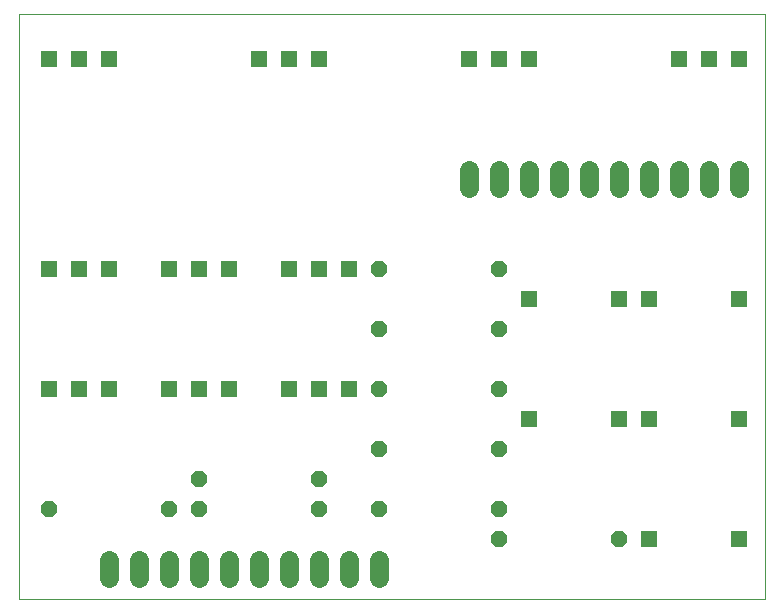
<source format=gbs>
G75*
%MOIN*%
%OFA0B0*%
%FSLAX25Y25*%
%IPPOS*%
%LPD*%
%AMOC8*
5,1,8,0,0,1.08239X$1,22.5*
%
%ADD10C,0.00000*%
%ADD11R,0.05550X0.05550*%
%ADD12C,0.06400*%
%ADD13OC8,0.05600*%
D10*
X0001000Y0001000D02*
X0001000Y0195961D01*
X0249701Y0195961D01*
X0249701Y0001000D01*
X0001000Y0001000D01*
D11*
X0011000Y0071000D03*
X0021000Y0071000D03*
X0031000Y0071000D03*
X0051000Y0071000D03*
X0061000Y0071000D03*
X0071000Y0071000D03*
X0091000Y0071000D03*
X0101000Y0071000D03*
X0111000Y0071000D03*
X0111000Y0111000D03*
X0101000Y0111000D03*
X0091000Y0111000D03*
X0071000Y0111000D03*
X0061000Y0111000D03*
X0051000Y0111000D03*
X0031000Y0111000D03*
X0021000Y0111000D03*
X0011000Y0111000D03*
X0011000Y0181000D03*
X0021000Y0181000D03*
X0031000Y0181000D03*
X0081000Y0181000D03*
X0091000Y0181000D03*
X0101000Y0181000D03*
X0151000Y0181000D03*
X0161000Y0181000D03*
X0171000Y0181000D03*
X0221000Y0181000D03*
X0231000Y0181000D03*
X0241000Y0181000D03*
X0241000Y0101000D03*
X0211000Y0101000D03*
X0201000Y0101000D03*
X0171000Y0101000D03*
X0171000Y0061000D03*
X0201000Y0061000D03*
X0211000Y0061000D03*
X0241000Y0061000D03*
X0241000Y0021000D03*
X0211000Y0021000D03*
D12*
X0121000Y0014000D02*
X0121000Y0008000D01*
X0111000Y0008000D02*
X0111000Y0014000D01*
X0101000Y0014000D02*
X0101000Y0008000D01*
X0091000Y0008000D02*
X0091000Y0014000D01*
X0081000Y0014000D02*
X0081000Y0008000D01*
X0071000Y0008000D02*
X0071000Y0014000D01*
X0061000Y0014000D02*
X0061000Y0008000D01*
X0051000Y0008000D02*
X0051000Y0014000D01*
X0041000Y0014000D02*
X0041000Y0008000D01*
X0031000Y0008000D02*
X0031000Y0014000D01*
X0151000Y0138000D02*
X0151000Y0144000D01*
X0161000Y0144000D02*
X0161000Y0138000D01*
X0171000Y0138000D02*
X0171000Y0144000D01*
X0181000Y0144000D02*
X0181000Y0138000D01*
X0191000Y0138000D02*
X0191000Y0144000D01*
X0201000Y0144000D02*
X0201000Y0138000D01*
X0211000Y0138000D02*
X0211000Y0144000D01*
X0221000Y0144000D02*
X0221000Y0138000D01*
X0231000Y0138000D02*
X0231000Y0144000D01*
X0241000Y0144000D02*
X0241000Y0138000D01*
D13*
X0161000Y0111000D03*
X0161000Y0091000D03*
X0161000Y0071000D03*
X0161000Y0051000D03*
X0161000Y0031000D03*
X0161000Y0021000D03*
X0201000Y0021000D03*
X0121000Y0031000D03*
X0101000Y0031000D03*
X0101000Y0041000D03*
X0121000Y0051000D03*
X0121000Y0071000D03*
X0121000Y0091000D03*
X0121000Y0111000D03*
X0061000Y0041000D03*
X0061000Y0031000D03*
X0051000Y0031000D03*
X0011000Y0031000D03*
M02*

</source>
